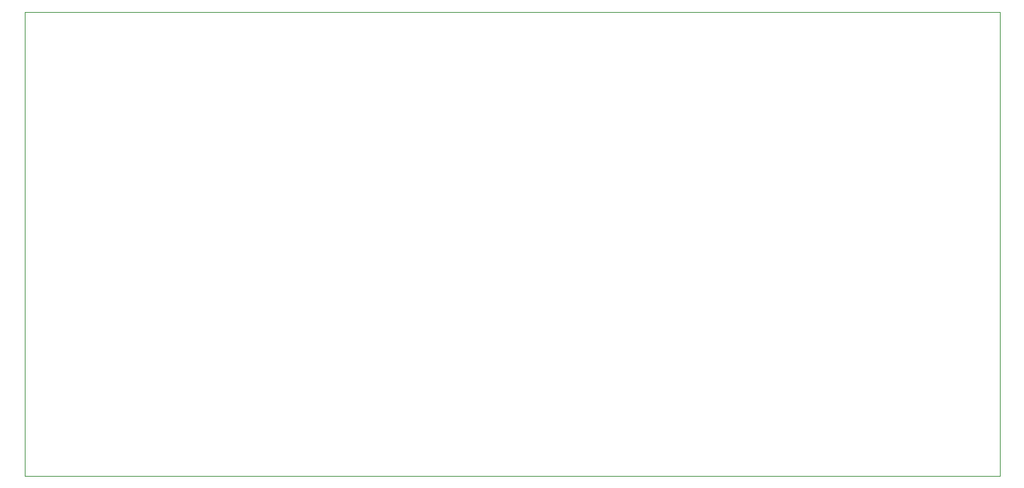
<source format=gbr>
%TF.GenerationSoftware,KiCad,Pcbnew,8.0.8*%
%TF.CreationDate,2025-03-18T22:09:40-04:00*%
%TF.ProjectId,pcb v4,70636220-7634-42e6-9b69-6361645f7063,rev?*%
%TF.SameCoordinates,Original*%
%TF.FileFunction,Profile,NP*%
%FSLAX46Y46*%
G04 Gerber Fmt 4.6, Leading zero omitted, Abs format (unit mm)*
G04 Created by KiCad (PCBNEW 8.0.8) date 2025-03-18 22:09:40*
%MOMM*%
%LPD*%
G01*
G04 APERTURE LIST*
%TA.AperFunction,Profile*%
%ADD10C,0.050000*%
%TD*%
G04 APERTURE END LIST*
D10*
X134500000Y-35000000D02*
X251000000Y-35000000D01*
X251000000Y-90500000D01*
X134500000Y-90500000D01*
X134500000Y-35000000D01*
M02*

</source>
